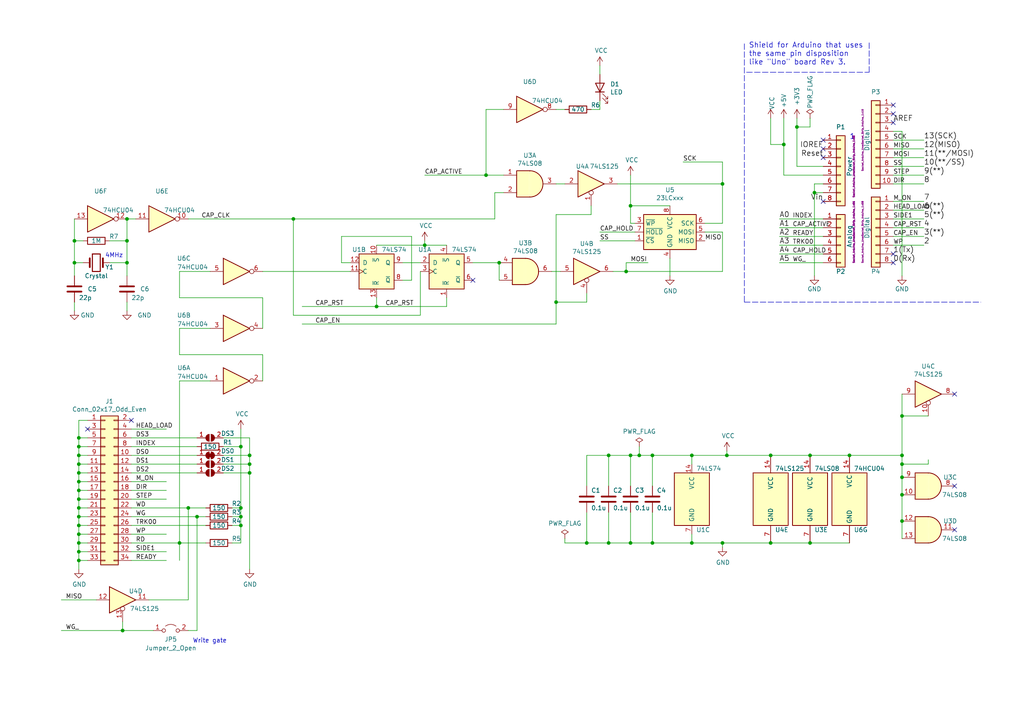
<source format=kicad_sch>
(kicad_sch (version 20211123) (generator eeschema)
  (paper "A4")
  (title_block (date "lun. 30 mars 2015"))
  (lib_symbols
    (symbol "74xx:74HC04"
      (property "Reference" "U" (at 0 1.27 0))
      (property "Value" "74HC04" (at 0 -1.27 0))
      (symbol "74HC04_1_0"
        (pin input line (at -7.62 0 0) (length 3.81) (name "~") (number "1"))
        (pin output inverted (at 7.62 0 180) (length 3.81) (name "~") (number "2"))
      )
      (symbol "74HC04_2_0"
        (pin input line (at -7.62 0 0) (length 3.81) (name "~") (number "3"))
        (pin output inverted (at 7.62 0 180) (length 3.81) (name "~") (number "4"))
      )
      (symbol "74HC04_3_0"
        (pin input line (at -7.62 0 0) (length 3.81) (name "~") (number "5"))
        (pin output inverted (at 7.62 0 180) (length 3.81) (name "~") (number "6"))
      )
      (symbol "74HC04_4_0"
        (pin output inverted (at 7.62 0 180) (length 3.81) (name "~") (number "8"))
        (pin input line (at -7.62 0 0) (length 3.81) (name "~") (number "9"))
      )
      (symbol "74HC04_5_0"
        (pin output inverted (at 7.62 0 180) (length 3.81) (name "~") (number "10"))
        (pin input line (at -7.62 0 0) (length 3.81) (name "~") (number "11"))
      )
      (symbol "74HC04_6_0"
        (pin output inverted (at 7.62 0 180) (length 3.81) (name "~") (number "12"))
        (pin input line (at -7.62 0 0) (length 3.81) (name "~") (number "13"))
      )
      (symbol "74HC04_7_0"
        (pin power_in line (at 0 12.7 270) (length 5.08) (name "VCC") (number "14"))
        (pin power_in line (at 0 -12.7 90) (length 5.08) (name "GND") (number "7"))
      )
    )
    (symbol "74xx:74LS08" (pin_names (offset 1.016))
      (property "Reference" "U" (at 0 1.27 0))
      (property "Value" "74LS08" (at 0 -1.27 0))
      (symbol "74LS08_1_1"
        (pin input line (at -7.62 2.54 0) (length 3.81) (name "~") (number "1"))
        (pin input line (at -7.62 -2.54 0) (length 3.81) (name "~") (number "2"))
        (pin output line (at 7.62 0 180) (length 3.81) (name "~") (number "3"))
      )
      (symbol "74LS08_1_2"
        (pin input inverted (at -7.62 2.54 0) (length 4.318) (name "~") (number "1"))
        (pin input inverted (at -7.62 -2.54 0) (length 4.318) (name "~") (number "2"))
        (pin output inverted (at 7.62 0 180) (length 3.81) (name "~") (number "3"))
      )
      (symbol "74LS08_2_1"
        (pin input line (at -7.62 2.54 0) (length 3.81) (name "~") (number "4"))
        (pin input line (at -7.62 -2.54 0) (length 3.81) (name "~") (number "5"))
        (pin output line (at 7.62 0 180) (length 3.81) (name "~") (number "6"))
      )
      (symbol "74LS08_2_2"
        (pin input inverted (at -7.62 2.54 0) (length 4.318) (name "~") (number "4"))
        (pin input inverted (at -7.62 -2.54 0) (length 4.318) (name "~") (number "5"))
        (pin output inverted (at 7.62 0 180) (length 3.81) (name "~") (number "6"))
      )
      (symbol "74LS08_3_1"
        (pin input line (at -7.62 -2.54 0) (length 3.81) (name "~") (number "10"))
        (pin output line (at 7.62 0 180) (length 3.81) (name "~") (number "8"))
        (pin input line (at -7.62 2.54 0) (length 3.81) (name "~") (number "9"))
      )
      (symbol "74LS08_3_2"
        (pin input inverted (at -7.62 -2.54 0) (length 4.318) (name "~") (number "10"))
        (pin output inverted (at 7.62 0 180) (length 3.81) (name "~") (number "8"))
        (pin input inverted (at -7.62 2.54 0) (length 4.318) (name "~") (number "9"))
      )
      (symbol "74LS08_4_1"
        (pin output line (at 7.62 0 180) (length 3.81) (name "~") (number "11"))
        (pin input line (at -7.62 2.54 0) (length 3.81) (name "~") (number "12"))
        (pin input line (at -7.62 -2.54 0) (length 3.81) (name "~") (number "13"))
      )
      (symbol "74LS08_4_2"
        (pin output inverted (at 7.62 0 180) (length 3.81) (name "~") (number "11"))
        (pin input inverted (at -7.62 2.54 0) (length 4.318) (name "~") (number "12"))
        (pin input inverted (at -7.62 -2.54 0) (length 4.318) (name "~") (number "13"))
      )
      (symbol "74LS08_5_0"
        (pin power_in line (at 0 12.7 270) (length 5.08) (name "VCC") (number "14"))
        (pin power_in line (at 0 -12.7 90) (length 5.08) (name "GND") (number "7"))
      )
    )
    (symbol "74xx:74LS125" (pin_names (offset 1.016))
      (property "Reference" "U" (at 0 1.27 0))
      (property "Value" "74LS125" (at 0 -1.27 0))
      (symbol "74LS125_1_0"
        (pin input inverted (at 0 -6.35 90) (length 4.445) (name "~") (number "1"))
        (pin input line (at -7.62 0 0) (length 3.81) (name "~") (number "2"))
        (pin tri_state line (at 7.62 0 180) (length 3.81) (name "~") (number "3"))
      )
      (symbol "74LS125_2_0"
        (pin input inverted (at 0 -6.35 90) (length 4.445) (name "~") (number "4"))
        (pin input line (at -7.62 0 0) (length 3.81) (name "~") (number "5"))
        (pin tri_state line (at 7.62 0 180) (length 3.81) (name "~") (number "6"))
      )
      (symbol "74LS125_3_0"
        (pin input inverted (at 0 -6.35 90) (length 4.445) (name "~") (number "10"))
        (pin tri_state line (at 7.62 0 180) (length 3.81) (name "~") (number "8"))
        (pin input line (at -7.62 0 0) (length 3.81) (name "~") (number "9"))
      )
      (symbol "74LS125_4_0"
        (pin tri_state line (at 7.62 0 180) (length 3.81) (name "~") (number "11"))
        (pin input line (at -7.62 0 0) (length 3.81) (name "~") (number "12"))
        (pin input inverted (at 0 -6.35 90) (length 4.445) (name "~") (number "13"))
      )
      (symbol "74LS125_5_0"
        (pin power_in line (at 0 12.7 270) (length 5.08) (name "VCC") (number "14"))
        (pin power_in line (at 0 -12.7 90) (length 5.08) (name "GND") (number "7"))
      )
    )
    (symbol "74xx:74LS74" (pin_names (offset 1.016))
      (property "Reference" "U" (at -7.62 8.89 0))
      (property "Value" "74LS74" (at -7.62 -8.89 0))
      (symbol "74LS74_1_0"
        (pin input line (at 0 -7.62 90) (length 2.54) (name "~{R}") (number "1"))
        (pin input line (at -7.62 2.54 0) (length 2.54) (name "D") (number "2"))
        (pin input clock (at -7.62 0 0) (length 2.54) (name "C") (number "3"))
        (pin input line (at 0 7.62 270) (length 2.54) (name "~{S}") (number "4"))
        (pin output line (at 7.62 2.54 180) (length 2.54) (name "Q") (number "5"))
        (pin output line (at 7.62 -2.54 180) (length 2.54) (name "~{Q}") (number "6"))
      )
      (symbol "74LS74_2_0"
        (pin input line (at 0 7.62 270) (length 2.54) (name "~{S}") (number "10"))
        (pin input clock (at -7.62 0 0) (length 2.54) (name "C") (number "11"))
        (pin input line (at -7.62 2.54 0) (length 2.54) (name "D") (number "12"))
        (pin input line (at 0 -7.62 90) (length 2.54) (name "~{R}") (number "13"))
        (pin output line (at 7.62 -2.54 180) (length 2.54) (name "~{Q}") (number "8"))
        (pin output line (at 7.62 2.54 180) (length 2.54) (name "Q") (number "9"))
      )
      (symbol "74LS74_3_0"
        (pin power_in line (at 0 10.16 270) (length 2.54) (name "VCC") (number "14"))
        (pin power_in line (at 0 -10.16 90) (length 2.54) (name "GND") (number "7"))
      )
    )
    (symbol "Connector_Generic:Conn_01x06" (pin_names (offset 1.016) hide)
      (property "Reference" "J" (at 0 7.62 0))
      (property "Value" "Conn_01x06" (at 0 -10.16 0))
      (symbol "Conn_01x06_1_1"
        (pin passive line (at -5.08 5.08 0) (length 3.81) (name "Pin_1") (number "1"))
        (pin passive line (at -5.08 2.54 0) (length 3.81) (name "Pin_2") (number "2"))
        (pin passive line (at -5.08 0 0) (length 3.81) (name "Pin_3") (number "3"))
        (pin passive line (at -5.08 -2.54 0) (length 3.81) (name "Pin_4") (number "4"))
        (pin passive line (at -5.08 -5.08 0) (length 3.81) (name "Pin_5") (number "5"))
        (pin passive line (at -5.08 -7.62 0) (length 3.81) (name "Pin_6") (number "6"))
      )
    )
    (symbol "Connector_Generic:Conn_01x08" (pin_names (offset 1.016) hide)
      (property "Reference" "J" (at 0 10.16 0))
      (property "Value" "Conn_01x08" (at 0 -12.7 0))
      (symbol "Conn_01x08_1_1"
        (pin passive line (at -5.08 7.62 0) (length 3.81) (name "Pin_1") (number "1"))
        (pin passive line (at -5.08 5.08 0) (length 3.81) (name "Pin_2") (number "2"))
        (pin passive line (at -5.08 2.54 0) (length 3.81) (name "Pin_3") (number "3"))
        (pin passive line (at -5.08 0 0) (length 3.81) (name "Pin_4") (number "4"))
        (pin passive line (at -5.08 -2.54 0) (length 3.81) (name "Pin_5") (number "5"))
        (pin passive line (at -5.08 -5.08 0) (length 3.81) (name "Pin_6") (number "6"))
        (pin passive line (at -5.08 -7.62 0) (length 3.81) (name "Pin_7") (number "7"))
        (pin passive line (at -5.08 -10.16 0) (length 3.81) (name "Pin_8") (number "8"))
      )
    )
    (symbol "Connector_Generic:Conn_01x10" (pin_names (offset 1.016) hide)
      (property "Reference" "J" (at 0 12.7 0))
      (property "Value" "Conn_01x10" (at 0 -15.24 0))
      (symbol "Conn_01x10_1_1"
        (pin passive line (at -5.08 10.16 0) (length 3.81) (name "Pin_1") (number "1"))
        (pin passive line (at -5.08 -12.7 0) (length 3.81) (name "Pin_10") (number "10"))
        (pin passive line (at -5.08 7.62 0) (length 3.81) (name "Pin_2") (number "2"))
        (pin passive line (at -5.08 5.08 0) (length 3.81) (name "Pin_3") (number "3"))
        (pin passive line (at -5.08 2.54 0) (length 3.81) (name "Pin_4") (number "4"))
        (pin passive line (at -5.08 0 0) (length 3.81) (name "Pin_5") (number "5"))
        (pin passive line (at -5.08 -2.54 0) (length 3.81) (name "Pin_6") (number "6"))
        (pin passive line (at -5.08 -5.08 0) (length 3.81) (name "Pin_7") (number "7"))
        (pin passive line (at -5.08 -7.62 0) (length 3.81) (name "Pin_8") (number "8"))
        (pin passive line (at -5.08 -10.16 0) (length 3.81) (name "Pin_9") (number "9"))
      )
    )
    (symbol "Connector_Generic:Conn_02x17_Odd_Even" (pin_names (offset 1.016) hide)
      (property "Reference" "J" (at 1.27 22.86 0))
      (property "Value" "Conn_02x17_Odd_Even" (at 1.27 -22.86 0))
      (symbol "Conn_02x17_Odd_Even_1_1"
        (pin passive line (at -5.08 20.32 0) (length 3.81) (name "Pin_1") (number "1"))
        (pin passive line (at 7.62 10.16 180) (length 3.81) (name "Pin_10") (number "10"))
        (pin passive line (at -5.08 7.62 0) (length 3.81) (name "Pin_11") (number "11"))
        (pin passive line (at 7.62 7.62 180) (length 3.81) (name "Pin_12") (number "12"))
        (pin passive line (at -5.08 5.08 0) (length 3.81) (name "Pin_13") (number "13"))
        (pin passive line (at 7.62 5.08 180) (length 3.81) (name "Pin_14") (number "14"))
        (pin passive line (at -5.08 2.54 0) (length 3.81) (name "Pin_15") (number "15"))
        (pin passive line (at 7.62 2.54 180) (length 3.81) (name "Pin_16") (number "16"))
        (pin passive line (at -5.08 0 0) (length 3.81) (name "Pin_17") (number "17"))
        (pin passive line (at 7.62 0 180) (length 3.81) (name "Pin_18") (number "18"))
        (pin passive line (at -5.08 -2.54 0) (length 3.81) (name "Pin_19") (number "19"))
        (pin passive line (at 7.62 20.32 180) (length 3.81) (name "Pin_2") (number "2"))
        (pin passive line (at 7.62 -2.54 180) (length 3.81) (name "Pin_20") (number "20"))
        (pin passive line (at -5.08 -5.08 0) (length 3.81) (name "Pin_21") (number "21"))
        (pin passive line (at 7.62 -5.08 180) (length 3.81) (name "Pin_22") (number "22"))
        (pin passive line (at -5.08 -7.62 0) (length 3.81) (name "Pin_23") (number "23"))
        (pin passive line (at 7.62 -7.62 180) (length 3.81) (name "Pin_24") (number "24"))
        (pin passive line (at -5.08 -10.16 0) (length 3.81) (name "Pin_25") (number "25"))
        (pin passive line (at 7.62 -10.16 180) (length 3.81) (name "Pin_26") (number "26"))
        (pin passive line (at -5.08 -12.7 0) (length 3.81) (name "Pin_27") (number "27"))
        (pin passive line (at 7.62 -12.7 180) (length 3.81) (name "Pin_28") (number "28"))
        (pin passive line (at -5.08 -15.24 0) (length 3.81) (name "Pin_29") (number "29"))
        (pin passive line (at -5.08 17.78 0) (length 3.81) (name "Pin_3") (number "3"))
        (pin passive line (at 7.62 -15.24 180) (length 3.81) (name "Pin_30") (number "30"))
        (pin passive line (at -5.08 -17.78 0) (length 3.81) (name "Pin_31") (number "31"))
        (pin passive line (at 7.62 -17.78 180) (length 3.81) (name "Pin_32") (number "32"))
        (pin passive line (at -5.08 -20.32 0) (length 3.81) (name "Pin_33") (number "33"))
        (pin passive line (at 7.62 -20.32 180) (length 3.81) (name "Pin_34") (number "34"))
        (pin passive line (at 7.62 17.78 180) (length 3.81) (name "Pin_4") (number "4"))
        (pin passive line (at -5.08 15.24 0) (length 3.81) (name "Pin_5") (number "5"))
        (pin passive line (at 7.62 15.24 180) (length 3.81) (name "Pin_6") (number "6"))
        (pin passive line (at -5.08 12.7 0) (length 3.81) (name "Pin_7") (number "7"))
        (pin passive line (at 7.62 12.7 180) (length 3.81) (name "Pin_8") (number "8"))
        (pin passive line (at -5.08 10.16 0) (length 3.81) (name "Pin_9") (number "9"))
      )
    )
    (symbol "Device:C" (pin_numbers hide) (pin_names (offset 0.254))
      (property "Reference" "C" (at 0.635 2.54 0))
      (property "Value" "C" (at 0.635 -2.54 0))
      (symbol "C_1_1"
        (pin passive line (at 0 3.81 270) (length 2.794) (name "~") (number "1"))
        (pin passive line (at 0 -3.81 90) (length 2.794) (name "~") (number "2"))
      )
    )
    (symbol "Device:Crystal" (pin_numbers hide) (pin_names (offset 1.016) hide)
      (property "Reference" "Y" (at 0 3.81 0))
      (property "Value" "Crystal" (at 0 -3.81 0))
      (symbol "Crystal_1_1"
        (pin passive line (at -3.81 0 0) (length 1.27) (name "1") (number "1"))
        (pin passive line (at 3.81 0 180) (length 1.27) (name "2") (number "2"))
      )
    )
    (symbol "Device:LED" (pin_numbers hide) (pin_names (offset 1.016) hide)
      (property "Reference" "D" (at 0 2.54 0))
      (property "Value" "LED" (at 0 -2.54 0))
      (symbol "LED_1_1"
        (pin passive line (at -3.81 0 0) (length 2.54) (name "K") (number "1"))
        (pin passive line (at 3.81 0 180) (length 2.54) (name "A") (number "2"))
      )
    )
    (symbol "Device:R" (pin_numbers hide) (pin_names (offset 0))
      (property "Reference" "R" (at 2.032 0 90))
      (property "Value" "R" (at 0 0 90))
      (symbol "R_1_1"
        (pin passive line (at 0 3.81 270) (length 1.27) (name "~") (number "1"))
        (pin passive line (at 0 -3.81 90) (length 1.27) (name "~") (number "2"))
      )
    )
    (symbol "Jumper:Jumper_2_Open" (pin_names (offset 0) hide)
      (property "Reference" "JP" (at 0 2.794 0))
      (property "Value" "Jumper_2_Open" (at 0 -2.286 0))
      (symbol "Jumper_2_Open_1_1"
        (pin passive line (at -5.08 0 0) (length 2.54) (name "A") (number "1"))
        (pin passive line (at 5.08 0 180) (length 2.54) (name "B") (number "2"))
      )
    )
    (symbol "Jumper:SolderJumper_2_Bridged" (pin_names (offset 0) hide)
      (property "Reference" "JP" (at 0 2.032 0))
      (property "Value" "SolderJumper_2_Bridged" (at 0 -2.54 0))
      (symbol "SolderJumper_2_Bridged_1_1"
        (pin passive line (at -3.81 0 0) (length 2.54) (name "A") (number "1"))
        (pin passive line (at 3.81 0 180) (length 2.54) (name "B") (number "2"))
      )
    )
    (symbol "Jumper:SolderJumper_2_Open" (pin_names (offset 0) hide)
      (property "Reference" "JP" (at 0 2.032 0))
      (property "Value" "SolderJumper_2_Open" (at 0 -2.54 0))
      (symbol "SolderJumper_2_Open_1_1"
        (pin passive line (at -3.81 0 0) (length 2.54) (name "A") (number "1"))
        (pin passive line (at 3.81 0 180) (length 2.54) (name "B") (number "2"))
      )
    )
    (symbol "fdshield-rescue:+3.3V-power" (power) (pin_names (offset 0))
      (property "Value" "+3.3V-power" (at 0 3.556 0))
      (symbol "+3.3V-power_1_1"
        (pin power_in line (at 0 0 90) (length 0) hide (name "+3V3") (number "1"))
      )
    )
    (symbol "fdshield:23LCxxx"
      (property "Reference" "U" (at -7.62 6.35 0))
      (property "Value" "23LCxxx" (at 2.54 -6.35 0))
      (symbol "23LCxxx_1_1"
        (pin input line (at -10.16 -2.54 0) (length 2.54) (name "~{CS}") (number "1"))
        (pin tri_state line (at 10.16 -2.54 180) (length 2.54) (name "MISO") (number "2"))
        (pin input line (at -10.16 2.54 0) (length 2.54) (name "~{WP}") (number "3"))
        (pin power_in line (at 0 -7.62 90) (length 2.54) (name "GND") (number "4"))
        (pin input line (at 10.16 0 180) (length 2.54) (name "MOSI") (number "5"))
        (pin input line (at 10.16 2.54 180) (length 2.54) (name "SCK") (number "6"))
        (pin input line (at -10.16 0 0) (length 2.54) (name "~{HOLD}") (number "7"))
        (pin power_in line (at 0 7.62 270) (length 2.54) (name "VCC") (number "8"))
      )
    )
    (symbol "power:+5V" (power) (pin_names (offset 0))
      (property "Value" "+5V" (at 0 3.556 0))
      (symbol "+5V_1_1"
        (pin power_in line (at 0 0 90) (length 0) hide (name "+5V") (number "1"))
      )
    )
    (symbol "power:GND" (power) (pin_names (offset 0))
      (property "Value" "GND" (at 0 -3.81 0))
      (symbol "GND_1_1"
        (pin power_in line (at 0 0 270) (length 0) hide (name "GND") (number "1"))
      )
    )
    (symbol "power:PWR_FLAG" (power) (pin_numbers hide) (pin_names (offset 0) hide)
      (property "Value" "PWR_FLAG" (at 0 3.81 0))
      (symbol "PWR_FLAG_0_0"
        (pin power_out line (at 0 0 90) (length 0) (name "pwr") (number "1"))
      )
    )
    (symbol "power:VCC" (power) (pin_names (offset 0))
      (property "Value" "VCC" (at 0 3.81 0))
      (symbol "VCC_1_1"
        (pin power_in line (at 0 0 90) (length 0) hide (name "VCC") (number "1"))
      )
    )
  )
  (junction (at 109.22 88.9))
  (junction (at 72.39 134.62))
  (junction (at 261.62 138.43))
  (junction (at 181.61 78.74))
  (junction (at 52.07 157.48))
  (junction (at 69.85 129.54))
  (junction (at 170.18 157.48))
  (junction (at 200.66 132.08))
  (junction (at 182.88 59.69))
  (junction (at 57.15 149.86))
  (junction (at 261.62 151.13))
  (junction (at 236.22 55.88))
  (junction (at 22.86 157.48))
  (junction (at 22.86 160.02))
  (junction (at 227.33 41.91))
  (junction (at 210.82 132.08))
  (junction (at 123.19 71.12))
  (junction (at 185.42 132.08))
  (junction (at 140.97 50.8))
  (junction (at 176.53 132.08))
  (junction (at 234.95 132.08))
  (junction (at 85.09 63.5))
  (junction (at 22.86 162.56))
  (junction (at 261.62 143.51))
  (junction (at 36.83 63.5))
  (junction (at 69.85 147.32))
  (junction (at 22.86 144.78))
  (junction (at 209.55 53.34))
  (junction (at 69.85 149.86))
  (junction (at 223.52 132.08))
  (junction (at 200.66 157.48))
  (junction (at 234.95 157.48))
  (junction (at 22.86 154.94))
  (junction (at 189.23 157.48))
  (junction (at 176.53 157.48))
  (junction (at 261.62 120.65))
  (junction (at 22.86 132.08))
  (junction (at 21.59 69.85))
  (junction (at 36.83 76.2))
  (junction (at 22.86 134.62))
  (junction (at 22.86 149.86))
  (junction (at 261.62 134.62))
  (junction (at 35.56 182.88))
  (junction (at 189.23 132.08))
  (junction (at 22.86 152.4))
  (junction (at 69.85 152.4))
  (junction (at 22.86 147.32))
  (junction (at 54.61 147.32))
  (junction (at 22.86 127))
  (junction (at 72.39 132.08))
  (junction (at 22.86 137.16))
  (junction (at 261.62 132.08))
  (junction (at 209.55 157.48))
  (junction (at 161.29 87.63))
  (junction (at 144.78 76.2))
  (junction (at 36.83 69.85))
  (junction (at 182.88 132.08))
  (junction (at 246.38 132.08))
  (junction (at 22.86 129.54))
  (junction (at 72.39 137.16))
  (junction (at 21.59 76.2))
  (junction (at 182.88 157.48))
  (junction (at 231.14 36.83))
  (junction (at 22.86 142.24))
  (junction (at 223.52 157.48))
  (junction (at 22.86 139.7))
  (no_connect (at 276.86 114.3))
  (no_connect (at 259.08 76.2))
  (no_connect (at 137.16 81.28))
  (no_connect (at 259.08 73.66))
  (no_connect (at 25.4 124.46))
  (no_connect (at 276.86 153.67))
  (no_connect (at 238.76 58.42))
  (no_connect (at 259.08 30.48))
  (no_connect (at 238.76 43.18))
  (no_connect (at 259.08 35.56))
  (no_connect (at 38.1 121.92))
  (no_connect (at 238.76 45.72))
  (no_connect (at 259.08 33.02))
  (no_connect (at 238.76 40.64))
  (no_connect (at 276.86 140.97))
  (wire (pts (xy 209.55 64.77) (xy 209.55 53.34)))
  (wire (pts (xy 67.31 157.48) (xy 69.85 157.48)))
  (wire (pts (xy 25.4 137.16) (xy 22.86 137.16)))
  (wire (pts (xy 87.63 93.98) (xy 161.29 93.98)))
  (wire (pts (xy 238.76 63.5) (xy 226.06 63.5)))
  (wire (pts (xy 173.99 31.75) (xy 171.45 31.75)))
  (wire (pts (xy 259.08 68.58) (xy 267.97 68.58)))
  (wire (pts (xy 52.07 110.49) (xy 60.96 110.49)))
  (wire (pts (xy 261.62 114.3) (xy 261.62 120.65)))
  (wire (pts (xy 76.2 102.87) (xy 76.2 110.49)))
  (wire (pts (xy 200.66 157.48) (xy 189.23 157.48)))
  (wire (pts (xy 38.1 139.7) (xy 48.26 139.7)))
  (polyline (pts (xy 215.9 87.63) (xy 284.48 87.63)))
  (wire (pts (xy 181.61 76.2) (xy 187.96 76.2)))
  (wire (pts (xy 21.59 80.01) (xy 21.59 76.2)))
  (wire (pts (xy 223.52 41.91) (xy 227.33 41.91)))
  (wire (pts (xy 143.51 55.88) (xy 146.05 55.88)))
  (wire (pts (xy 22.86 154.94) (xy 25.4 154.94)))
  (wire (pts (xy 209.55 53.34) (xy 179.07 53.34)))
  (wire (pts (xy 238.76 68.58) (xy 226.06 68.58)))
  (wire (pts (xy 69.85 149.86) (xy 69.85 147.32)))
  (wire (pts (xy 99.06 76.2) (xy 101.6 76.2)))
  (wire (pts (xy 209.55 157.48) (xy 200.66 157.48)))
  (wire (pts (xy 182.88 50.8) (xy 182.88 59.69)))
  (polyline (pts (xy 215.9 12.7) (xy 215.9 87.63)))
  (wire (pts (xy 109.22 88.9) (xy 129.54 88.9)))
  (wire (pts (xy 161.29 62.23) (xy 161.29 87.63)))
  (wire (pts (xy 200.66 132.08) (xy 210.82 132.08)))
  (wire (pts (xy 189.23 148.59) (xy 189.23 157.48)))
  (wire (pts (xy 22.86 154.94) (xy 22.86 157.48)))
  (wire (pts (xy 171.45 62.23) (xy 161.29 62.23)))
  (wire (pts (xy 22.86 139.7) (xy 22.86 142.24)))
  (wire (pts (xy 36.83 63.5) (xy 36.83 69.85)))
  (wire (pts (xy 170.18 85.09) (xy 170.18 87.63)))
  (wire (pts (xy 259.08 63.5) (xy 267.97 63.5)))
  (wire (pts (xy 24.13 76.2) (xy 21.59 76.2)))
  (wire (pts (xy 259.08 50.8) (xy 267.97 50.8)))
  (wire (pts (xy 170.18 87.63) (xy 161.29 87.63)))
  (wire (pts (xy 25.4 147.32) (xy 22.86 147.32)))
  (wire (pts (xy 54.61 182.88) (xy 57.15 182.88)))
  (wire (pts (xy 238.76 71.12) (xy 226.06 71.12)))
  (wire (pts (xy 236.22 55.88) (xy 236.22 80.01)))
  (wire (pts (xy 22.86 149.86) (xy 25.4 149.86)))
  (wire (pts (xy 259.08 58.42) (xy 267.97 58.42)))
  (wire (pts (xy 182.88 132.08) (xy 185.42 132.08)))
  (wire (pts (xy 54.61 63.5) (xy 85.09 63.5)))
  (wire (pts (xy 119.38 68.58) (xy 99.06 68.58)))
  (wire (pts (xy 209.55 78.74) (xy 181.61 78.74)))
  (wire (pts (xy 85.09 63.5) (xy 85.09 91.44)))
  (wire (pts (xy 234.95 36.83) (xy 231.14 36.83)))
  (wire (pts (xy 21.59 76.2) (xy 21.59 69.85)))
  (wire (pts (xy 209.55 53.34) (xy 209.55 46.99)))
  (wire (pts (xy 173.99 69.85) (xy 184.15 69.85)))
  (wire (pts (xy 22.86 134.62) (xy 22.86 137.16)))
  (wire (pts (xy 22.86 149.86) (xy 22.86 152.4)))
  (wire (pts (xy 36.83 69.85) (xy 31.75 69.85)))
  (wire (pts (xy 143.51 63.5) (xy 143.51 55.88)))
  (wire (pts (xy 38.1 149.86) (xy 57.15 149.86)))
  (wire (pts (xy 72.39 137.16) (xy 72.39 165.1)))
  (wire (pts (xy 52.07 157.48) (xy 38.1 157.48)))
  (wire (pts (xy 173.99 67.31) (xy 184.15 67.31)))
  (wire (pts (xy 200.66 132.08) (xy 200.66 134.62)))
  (wire (pts (xy 189.23 157.48) (xy 182.88 157.48)))
  (wire (pts (xy 64.77 129.54) (xy 69.85 129.54)))
  (wire (pts (xy 261.62 156.21) (xy 261.62 151.13)))
  (wire (pts (xy 210.82 130.81) (xy 210.82 132.08)))
  (wire (pts (xy 64.77 127) (xy 72.39 127)))
  (wire (pts (xy 176.53 148.59) (xy 176.53 157.48)))
  (wire (pts (xy 22.86 152.4) (xy 22.86 154.94)))
  (wire (pts (xy 21.59 69.85) (xy 21.59 63.5)))
  (wire (pts (xy 234.95 157.48) (xy 246.38 157.48)))
  (wire (pts (xy 87.63 88.9) (xy 109.22 88.9)))
  (wire (pts (xy 185.42 132.08) (xy 189.23 132.08)))
  (wire (pts (xy 259.08 71.12) (xy 267.97 71.12)))
  (wire (pts (xy 109.22 71.12) (xy 123.19 71.12)))
  (wire (pts (xy 238.76 73.66) (xy 226.06 73.66)))
  (wire (pts (xy 38.1 129.54) (xy 57.15 129.54)))
  (wire (pts (xy 238.76 76.2) (xy 226.06 76.2)))
  (wire (pts (xy 231.14 48.26) (xy 231.14 36.83)))
  (wire (pts (xy 52.07 110.49) (xy 52.07 157.48)))
  (wire (pts (xy 123.19 71.12) (xy 129.54 71.12)))
  (wire (pts (xy 261.62 120.65) (xy 261.62 132.08)))
  (wire (pts (xy 259.08 40.64) (xy 267.97 40.64)))
  (wire (pts (xy 259.08 53.34) (xy 267.97 53.34)))
  (wire (pts (xy 25.4 132.08) (xy 22.86 132.08)))
  (wire (pts (xy 123.19 50.8) (xy 140.97 50.8)))
  (wire (pts (xy 182.88 157.48) (xy 176.53 157.48)))
  (wire (pts (xy 160.02 78.74) (xy 162.56 78.74)))
  (wire (pts (xy 52.07 157.48) (xy 59.69 157.48)))
  (wire (pts (xy 140.97 50.8) (xy 146.05 50.8)))
  (wire (pts (xy 69.85 152.4) (xy 69.85 149.86)))
  (wire (pts (xy 234.95 34.29) (xy 234.95 36.83)))
  (wire (pts (xy 259.08 48.26) (xy 267.97 48.26)))
  (wire (pts (xy 182.88 148.59) (xy 182.88 157.48)))
  (wire (pts (xy 194.31 74.93) (xy 194.31 80.01)))
  (wire (pts (xy 261.62 38.1) (xy 261.62 80.01)))
  (wire (pts (xy 67.31 152.4) (xy 69.85 152.4)))
  (wire (pts (xy 67.31 147.32) (xy 69.85 147.32)))
  (wire (pts (xy 52.07 95.25) (xy 52.07 102.87)))
  (wire (pts (xy 25.4 127) (xy 22.86 127)))
  (wire (pts (xy 25.4 142.24) (xy 22.86 142.24)))
  (wire (pts (xy 36.83 76.2) (xy 36.83 80.01)))
  (wire (pts (xy 227.33 50.8) (xy 227.33 41.91)))
  (wire (pts (xy 209.55 67.31) (xy 209.55 78.74)))
  (wire (pts (xy 57.15 149.86) (xy 59.69 149.86)))
  (wire (pts (xy 171.45 59.69) (xy 171.45 62.23)))
  (wire (pts (xy 261.62 132.08) (xy 261.62 134.62)))
  (wire (pts (xy 38.1 127) (xy 57.15 127)))
  (wire (pts (xy 194.31 59.69) (xy 182.88 59.69)))
  (wire (pts (xy 176.53 140.97) (xy 176.53 132.08)))
  (wire (pts (xy 161.29 87.63) (xy 161.29 93.98)))
  (wire (pts (xy 22.86 160.02) (xy 25.4 160.02)))
  (wire (pts (xy 72.39 132.08) (xy 72.39 134.62)))
  (wire (pts (xy 238.76 55.88) (xy 236.22 55.88)))
  (wire (pts (xy 261.62 138.43) (xy 261.62 134.62)))
  (wire (pts (xy 85.09 91.44) (xy 121.92 91.44)))
  (wire (pts (xy 85.09 63.5) (xy 143.51 63.5)))
  (wire (pts (xy 269.24 133.35) (xy 269.24 134.62)))
  (wire (pts (xy 223.52 132.08) (xy 234.95 132.08)))
  (wire (pts (xy 17.78 182.88) (xy 35.56 182.88)))
  (wire (pts (xy 17.78 173.99) (xy 27.94 173.99)))
  (wire (pts (xy 54.61 147.32) (xy 59.69 147.32)))
  (wire (pts (xy 25.4 157.48) (xy 22.86 157.48)))
  (wire (pts (xy 170.18 132.08) (xy 170.18 140.97)))
  (wire (pts (xy 52.07 157.48) (xy 52.07 162.56)))
  (wire (pts (xy 223.52 34.29) (xy 223.52 41.91)))
  (wire (pts (xy 269.24 120.65) (xy 261.62 120.65)))
  (wire (pts (xy 35.56 182.88) (xy 44.45 182.88)))
  (wire (pts (xy 259.08 45.72) (xy 267.97 45.72)))
  (wire (pts (xy 238.76 48.26) (xy 231.14 48.26)))
  (wire (pts (xy 269.24 134.62) (xy 261.62 134.62)))
  (wire (pts (xy 22.86 157.48) (xy 22.86 160.02)))
  (wire (pts (xy 22.86 137.16) (xy 22.86 139.7)))
  (wire (pts (xy 259.08 66.04) (xy 267.97 66.04)))
  (wire (pts (xy 22.86 132.08) (xy 22.86 134.62)))
  (wire (pts (xy 38.1 160.02) (xy 48.26 160.02)))
  (wire (pts (xy 22.86 144.78) (xy 25.4 144.78)))
  (wire (pts (xy 144.78 81.28) (xy 144.78 76.2)))
  (wire (pts (xy 182.88 132.08) (xy 182.88 140.97)))
  (wire (pts (xy 181.61 78.74) (xy 177.8 78.74)))
  (wire (pts (xy 69.85 129.54) (xy 69.85 147.32)))
  (wire (pts (xy 176.53 157.48) (xy 170.18 157.48)))
  (wire (pts (xy 57.15 182.88) (xy 57.15 149.86)))
  (wire (pts (xy 173.99 29.21) (xy 173.99 31.75)))
  (wire (pts (xy 140.97 31.75) (xy 146.05 31.75)))
  (wire (pts (xy 238.76 50.8) (xy 227.33 50.8)))
  (wire (pts (xy 181.61 78.74) (xy 181.61 76.2)))
  (wire (pts (xy 54.61 173.99) (xy 54.61 147.32)))
  (polyline (pts (xy 216.535 20.955) (xy 252.095 20.955)))
  (wire (pts (xy 184.15 64.77) (xy 182.88 64.77)))
  (wire (pts (xy 22.86 147.32) (xy 22.86 149.86)))
  (wire (pts (xy 54.61 147.32) (xy 38.1 147.32)))
  (wire (pts (xy 43.18 173.99) (xy 54.61 173.99)))
  (wire (pts (xy 236.22 53.34) (xy 236.22 55.88)))
  (wire (pts (xy 38.1 134.62) (xy 57.15 134.62)))
  (wire (pts (xy 69.85 124.46) (xy 69.85 129.54)))
  (wire (pts (xy 170.18 132.08) (xy 176.53 132.08)))
  (wire (pts (xy 72.39 134.62) (xy 72.39 137.16)))
  (wire (pts (xy 170.18 157.48) (xy 170.18 148.59)))
  (wire (pts (xy 69.85 157.48) (xy 69.85 152.4)))
  (wire (pts (xy 38.1 137.16) (xy 57.15 137.16)))
  (wire (pts (xy 25.4 152.4) (xy 22.86 152.4)))
  (wire (pts (xy 36.83 90.17) (xy 36.83 87.63)))
  (wire (pts (xy 163.83 157.48) (xy 170.18 157.48)))
  (wire (pts (xy 64.77 137.16) (xy 72.39 137.16)))
  (wire (pts (xy 200.66 157.48) (xy 200.66 154.94)))
  (wire (pts (xy 234.95 157.48) (xy 223.52 157.48)))
  (wire (pts (xy 189.23 132.08) (xy 200.66 132.08)))
  (wire (pts (xy 22.86 121.92) (xy 22.86 127)))
  (wire (pts (xy 38.1 154.94) (xy 48.26 154.94)))
  (wire (pts (xy 185.42 129.54) (xy 185.42 132.08)))
  (wire (pts (xy 22.86 129.54) (xy 22.86 132.08)))
  (wire (pts (xy 161.29 53.34) (xy 163.83 53.34)))
  (wire (pts (xy 22.86 139.7) (xy 25.4 139.7)))
  (wire (pts (xy 22.86 127) (xy 22.86 129.54)))
  (wire (pts (xy 22.86 134.62) (xy 25.4 134.62)))
  (wire (pts (xy 204.47 67.31) (xy 209.55 67.31)))
  (wire (pts (xy 209.55 157.48) (xy 223.52 157.48)))
  (wire (pts (xy 119.38 81.28) (xy 119.38 68.58)))
  (wire (pts (xy 38.1 124.46) (xy 48.26 124.46)))
  (wire (pts (xy 261.62 138.43) (xy 261.62 143.51)))
  (wire (pts (xy 99.06 68.58) (xy 99.06 76.2)))
  (wire (pts (xy 123.19 69.85) (xy 123.19 71.12)))
  (wire (pts (xy 140.97 50.8) (xy 140.97 31.75)))
  (wire (pts (xy 259.08 38.1) (xy 261.62 38.1)))
  (wire (pts (xy 163.83 31.75) (xy 161.29 31.75)))
  (wire (pts (xy 121.92 78.74) (xy 121.92 91.44)))
  (wire (pts (xy 22.86 144.78) (xy 22.86 147.32)))
  (wire (pts (xy 209.55 46.99) (xy 198.12 46.99)))
  (wire (pts (xy 163.83 156.21) (xy 163.83 157.48)))
  (wire (pts (xy 52.07 78.74) (xy 60.96 78.74)))
  (wire (pts (xy 36.83 69.85) (xy 36.83 76.2)))
  (wire (pts (xy 38.1 144.78) (xy 48.26 144.78)))
  (wire (pts (xy 21.59 69.85) (xy 24.13 69.85)))
  (wire (pts (xy 137.16 76.2) (xy 144.78 76.2)))
  (wire (pts (xy 261.62 143.51) (xy 261.62 151.13)))
  (wire (pts (xy 259.08 43.18) (xy 267.97 43.18)))
  (wire (pts (xy 227.33 41.91) (xy 227.33 34.29)))
  (wire (pts (xy 204.47 64.77) (xy 209.55 64.77)))
  (wire (pts (xy 22.86 162.56) (xy 22.86 165.1)))
  (wire (pts (xy 189.23 140.97) (xy 189.23 132.08)))
  (wire (pts (xy 64.77 132.08) (xy 72.39 132.08)))
  (wire (pts (xy 52.07 95.25) (xy 60.96 95.25)))
  (wire (pts (xy 38.1 152.4) (xy 59.69 152.4)))
  (wire (pts (xy 76.2 86.36) (xy 76.2 95.25)))
  (wire (pts (xy 25.4 121.92) (xy 22.86 121.92)))
  (wire (pts (xy 76.2 78.74) (xy 101.6 78.74)))
  (wire (pts (xy 246.38 132.08) (xy 261.62 132.08)))
  (wire (pts (xy 238.76 66.04) (xy 226.06 66.04)))
  (wire (pts (xy 116.84 76.2) (xy 121.92 76.2)))
  (wire (pts (xy 72.39 127) (xy 72.39 132.08)))
  (wire (pts (xy 35.56 180.34) (xy 35.56 182.88)))
  (wire (pts (xy 234.95 132.08) (xy 246.38 132.08)))
  (wire (pts (xy 129.54 86.36) (xy 129.54 88.9)))
  (wire (pts (xy 38.1 142.24) (xy 48.26 142.24)))
  (wire (pts (xy 238.76 53.34) (xy 236.22 53.34)))
  (wire (pts (xy 259.08 60.96) (xy 267.97 60.96)))
  (wire (pts (xy 31.75 76.2) (xy 36.83 76.2)))
  (wire (pts (xy 109.22 86.36) (xy 109.22 88.9)))
  (wire (pts (xy 38.1 162.56) (xy 48.26 162.56)))
  (wire (pts (xy 22.86 160.02) (xy 22.86 162.56)))
  (polyline (pts (xy 252.095 20.955) (xy 252.095 12.065)))
  (wire (pts (xy 22.86 142.24) (xy 22.86 144.78)))
  (wire (pts (xy 36.83 63.5) (xy 39.37 63.5)))
  (wire (pts (xy 67.31 149.86) (xy 69.85 149.86)))
  (wire (pts (xy 25.4 162.56) (xy 22.86 162.56)))
  (wire (pts (xy 116.84 81.28) (xy 119.38 81.28)))
  (wire (pts (xy 173.99 19.05) (xy 173.99 21.59)))
  (wire (pts (xy 176.53 132.08) (xy 182.88 132.08)))
  (wire (pts (xy 52.07 86.36) (xy 76.2 86.36)))
  (wire (pts (xy 22.86 129.54) (xy 25.4 129.54)))
  (wire (pts (xy 209.55 158.75) (xy 209.55 157.48)))
  (wire (pts (xy 52.07 102.87) (xy 76.2 102.87)))
  (wire (pts (xy 38.1 132.08) (xy 57.15 132.08)))
  (wire (pts (xy 21.59 87.63) (xy 21.59 90.17)))
  (wire (pts (xy 182.88 59.69) (xy 182.88 64.77)))
  (wire (pts (xy 210.82 132.08) (xy 223.52 132.08)))
  (wire (pts (xy 231.14 36.83) (xy 231.14 34.29)))
  (wire (pts (xy 64.77 134.62) (xy 72.39 134.62)))
  (wire (pts (xy 52.07 78.74) (xy 52.07 86.36)))
  (text "1" (at 246.38 40.64 0) (effects (font (size 1.524 1.524)) (justify left bottom)))
  (text "Shield for Arduino that uses\nthe same pin disposition\nlike \"Uno\" board Rev 3." (at 217.17 19.05 0) (effects (font (size 1.524 1.524)) (justify left bottom)))
  (text "Write gate" (at 55.88 186.69 0) (effects (font (size 1.27 1.27)) (justify left bottom)))
  (text "4MHz" (at 30.48 74.93 0) (effects (font (size 1.27 1.27)) (justify left bottom)))
  (label "A1" (at 226.06 66.04 0) (effects (font (size 1.524 1.524))))
  (label "12(MISO)" (at 267.97 43.18 0) (effects (font (size 1.524 1.524))))
  (label "READY" (at 39.37 162.56 0))
  (label "3(**)" (at 267.97 68.58 0) (effects (font (size 1.524 1.524))))
  (label "DS0" (at 39.37 132.08 0))
  (label "A5" (at 226.06 76.2 0) (effects (font (size 1.524 1.524))))
  (label "CAP_EN" (at 259.08 68.58 0))
  (label "SIDE1" (at 39.37 160.02 0))
  (label "WG_" (at 19.05 182.88 0))
  (label "READY" (at 229.87 68.58 0))
  (label "6(**)" (at 267.97 60.96 0) (effects (font (size 1.524 1.524))))
  (label "HEAD_LOAD" (at 259.08 60.96 0))
  (label "AREF" (at 259.08 35.56 0) (effects (font (size 1.524 1.524))))
  (label "CAP_HOLD" (at 173.99 67.31 0))
  (label "DIR" (at 39.37 142.24 0))
  (label "SIDE1" (at 259.08 63.5 0))
  (label "CAP_RST" (at 259.08 66.04 0))
  (label "INDEX" (at 229.87 63.5 0))
  (label "CAP_ACTIVE" (at 229.87 66.04 0))
  (label "4" (at 267.97 66.04 0) (effects (font (size 1.524 1.524))))
  (label "MOSI" (at 182.88 76.2 0))
  (label "1(Tx)" (at 259.08 73.66 0) (effects (font (size 1.524 1.524))))
  (label "DS1" (at 39.37 134.62 0))
  (label "DIR" (at 259.08 53.34 0))
  (label "A2" (at 226.06 68.58 0) (effects (font (size 1.524 1.524))))
  (label "M_ON" (at 39.37 139.7 0))
  (label "A4" (at 226.06 73.66 0) (effects (font (size 1.524 1.524))))
  (label "CAP_CLK" (at 58.42 63.5 0))
  (label "TRK00" (at 39.37 152.4 0))
  (label "MISO" (at 204.47 69.85 0))
  (label "WG_" (at 229.87 76.2 0))
  (label "CAP_ACTIVE" (at 123.19 50.8 0))
  (label "2" (at 267.97 71.12 0) (effects (font (size 1.524 1.524))))
  (label "INDEX" (at 39.37 129.54 0))
  (label "STEP" (at 39.37 144.78 0))
  (label "SCK" (at 198.12 46.99 0))
  (label "WP" (at 259.08 71.12 0))
  (label "STEP" (at 259.08 50.8 0))
  (label "11(**/MOSI)" (at 267.97 45.72 0) (effects (font (size 1.524 1.524))))
  (label "Reset" (at 238.76 45.72 180) (effects (font (size 1.524 1.524))))
  (label "10(**/SS)" (at 267.97 48.26 0) (effects (font (size 1.524 1.524))))
  (label "RD" (at 39.37 157.48 0))
  (label "SCK" (at 259.08 40.64 0))
  (label "7" (at 267.97 58.42 0) (effects (font (size 1.524 1.524))))
  (label "DS3" (at 39.37 127 0))
  (label "Vin" (at 238.76 58.42 180) (effects (font (size 1.524 1.524))))
  (label "CAP_RST" (at 91.44 88.9 0))
  (label "IOREF" (at 238.76 43.18 180) (effects (font (size 1.524 1.524))))
  (label "WP" (at 39.37 154.94 0))
  (label "MISO" (at 19.05 173.99 0))
  (label "WD" (at 39.37 147.32 0))
  (label "A3" (at 226.06 71.12 0) (effects (font (size 1.524 1.524))))
  (label "MISO" (at 259.08 43.18 0))
  (label "A0" (at 226.06 63.5 0) (effects (font (size 1.524 1.524))))
  (label "CAP_EN" (at 91.44 93.98 0))
  (label "CAP_HOLD" (at 229.87 73.66 0))
  (label "SS" (at 173.99 69.85 0))
  (label "13(SCK)" (at 267.97 40.64 0) (effects (font (size 1.524 1.524))))
  (label "M_ON" (at 259.08 58.42 0))
  (label "HEAD_LOAD" (at 39.37 124.46 0))
  (label "CAP_RST" (at 111.76 88.9 0))
  (label "5(**)" (at 267.97 63.5 0) (effects (font (size 1.524 1.524))))
  (label "TRK00" (at 229.87 71.12 0))
  (label "0(Rx)" (at 259.08 76.2 0) (effects (font (size 1.524 1.524))))
  (label "9(**)" (at 267.97 50.8 0) (effects (font (size 1.524 1.524))))
  (label "DS2" (at 39.37 137.16 0))
  (label "WG" (at 39.37 149.86 0))
  (label "MOSI" (at 259.08 45.72 0))
  (label "SS" (at 259.08 48.26 0))
  (label "8" (at 267.97 53.34 0) (effects (font (size 1.524 1.524))))
  (symbol (lib_id "Connector_Generic:Conn_01x08") (at 243.84 48.26 0) (unit 1)
    (property "Reference" "P1" (at 243.84 36.83 0))
    (property "Value" "Power" (at 246.38 48.26 90))
    (property "Footprint" "Socket_Arduino_Uno:Socket_Strip_Arduino_1x08" (at 247.65 48.26 90) (effects (font (size 0.508 0.508))))
  )
  (symbol (lib_id "fdshield-rescue:+3.3V-power") (at 231.14 34.29 0) (unit 1)
    (property "Reference" "#PWR01" (effects hide))
    (property "Value" "+3.3V" (at 231.14 27.94 90))
  )
  (symbol (lib_id "power:+5V") (at 227.33 34.29 0) (unit 1)
    (property "Reference" "#PWR02" (effects hide))
    (property "Value" "+5V" (at 227.33 29.21 90))
  )
  (symbol (lib_id "power:GND") (at 236.22 80.01 0) (unit 1)
    (property "Reference" "#PWR03" (effects hide))
    (property "Value" "GND" (at 236.22 83.82 0))
  )
  (symbol (lib_id "power:GND") (at 261.62 80.01 0) (unit 1)
    (property "Reference" "#PWR04" (effects hide))
    (property "Value" "GND" (at 261.62 83.82 0))
  )
  (symbol (lib_id "Connector_Generic:Conn_01x06") (at 243.84 68.58 0) (unit 1)
    (property "Reference" "P2" (at 243.84 78.74 0))
    (property "Value" "Analog" (at 246.38 68.58 90))
    (property "Footprint" "Socket_Arduino_Uno:Socket_Strip_Arduino_1x06" (at 247.65 67.31 90) (effects (font (size 0.508 0.508))))
  )
  (symbol (lib_id "Connector_Generic:Conn_01x08") (at 254 66.04 0) (mirror y) (unit 1)
    (property "Reference" "P4" (at 254 78.74 0))
    (property "Value" "Digital" (at 251.46 66.04 90))
    (property "Footprint" "Socket_Arduino_Uno:Socket_Strip_Arduino_1x08" (at 250.19 67.31 90) (effects (font (size 0.508 0.508))))
  )
  (symbol (lib_id "Connector_Generic:Conn_01x10") (at 254 40.64 0) (mirror y) (unit 1)
    (property "Reference" "P3" (at 254 26.67 0))
    (property "Value" "Digital" (at 251.46 40.64 90))
    (property "Footprint" "Socket_Arduino_Uno:Socket_Strip_Arduino_1x10" (at 250.19 40.64 90) (effects (font (size 0.508 0.508))))
  )
  (symbol (lib_id "fdshield:23LCxxx") (at 194.31 67.31 0) (unit 1)
    (property "Reference" "U5" (at 194.31 55.0926 0))
    (property "Value" "23LCxxx" (at 194.31 57.404 0))
    (property "Footprint" "Package_SO:SO-8_3.9x4.9mm_P1.27mm" (effects hide))
    (property "Datasheet" "http://ww1.microchip.com/downloads/en/DeviceDoc/20005155B.pdf" (effects hide))
  )
  (symbol (lib_id "74xx:74LS08") (at 153.67 53.34 0) (unit 1)
    (property "Reference" "U3" (at 153.67 45.085 0))
    (property "Value" "74LS08" (at 153.67 47.3964 0))
    (property "Footprint" "Package_SO:SOIC-14_3.9x8.7mm_P1.27mm" (effects hide))
    (property "Datasheet" "http://www.ti.com/lit/gpn/sn74LS08" (effects hide))
  )
  (symbol (lib_id "74xx:74LS08") (at 152.4 78.74 0) (unit 2)
    (property "Reference" "U3" (at 152.4 70.485 0))
    (property "Value" "74LS08" (at 152.4 72.7964 0))
    (property "Footprint" "Package_SO:SOIC-14_3.9x8.7mm_P1.27mm" (effects hide))
    (property "Datasheet" "http://www.ti.com/lit/gpn/sn74LS08" (effects hide))
  )
  (symbol (lib_id "74xx:74LS08") (at 269.24 140.97 0) (unit 3)
    (property "Reference" "U3" (at 275.59 138.43 0))
    (property "Value" "74LS08" (at 276.86 143.51 0))
    (property "Footprint" "Package_SO:SOIC-14_3.9x8.7mm_P1.27mm" (effects hide))
    (property "Datasheet" "http://www.ti.com/lit/gpn/sn74LS08" (effects hide))
  )
  (symbol (lib_id "74xx:74LS08") (at 269.24 153.67 0) (unit 4)
    (property "Reference" "U3" (at 275.59 151.13 0))
    (property "Value" "74LS08" (at 276.86 156.21 0))
    (property "Footprint" "Package_SO:SOIC-14_3.9x8.7mm_P1.27mm" (effects hide))
    (property "Datasheet" "http://www.ti.com/lit/gpn/sn74LS08" (effects hide))
  )
  (symbol (lib_id "74xx:74LS125") (at 171.45 53.34 0) (unit 1)
    (property "Reference" "U4" (at 168.91 48.26 0))
    (property "Value" "74LS125" (at 175.26 48.26 0))
    (property "Footprint" "Package_SO:SOIC-14_3.9x8.7mm_P1.27mm" (effects hide))
    (property "Datasheet" "http://www.ti.com/lit/gpn/sn74LS125" (effects hide))
  )
  (symbol (lib_id "74xx:74LS125") (at 170.18 78.74 0) (unit 2)
    (property "Reference" "U4" (at 170.18 70.6882 0))
    (property "Value" "74LS125" (at 170.18 72.9996 0))
    (property "Footprint" "Package_SO:SOIC-14_3.9x8.7mm_P1.27mm" (effects hide))
    (property "Datasheet" "http://www.ti.com/lit/gpn/sn74LS125" (effects hide))
  )
  (symbol (lib_id "74xx:74LS125") (at 269.24 114.3 0) (unit 3)
    (property "Reference" "U4" (at 269.24 106.2482 0))
    (property "Value" "74LS125" (at 269.24 108.5596 0))
    (property "Footprint" "Package_SO:SOIC-14_3.9x8.7mm_P1.27mm" (effects hide))
    (property "Datasheet" "http://www.ti.com/lit/gpn/sn74LS125" (effects hide))
  )
  (symbol (lib_id "74xx:74LS125") (at 35.56 173.99 0) (unit 4)
    (property "Reference" "U4" (at 39.37 171.45 0))
    (property "Value" "74LS125" (at 41.91 176.53 0))
    (property "Footprint" "Package_SO:SOIC-14_3.9x8.7mm_P1.27mm" (effects hide))
    (property "Datasheet" "http://www.ti.com/lit/gpn/sn74LS125" (effects hide))
  )
  (symbol (lib_id "74xx:74LS125") (at 223.52 144.78 0) (unit 5)
    (property "Reference" "U4" (at 224.79 153.67 0) (effects (justify left)))
    (property "Value" "74LS125" (at 224.79 135.89 0) (effects (justify left)))
    (property "Footprint" "Package_SO:SOIC-14_3.9x8.7mm_P1.27mm" (effects hide))
    (property "Datasheet" "http://www.ti.com/lit/gpn/sn74LS125" (effects hide))
  )
  (symbol (lib_id "74xx:74LS08") (at 234.95 144.78 0) (unit 5)
    (property "Reference" "U3" (at 236.22 153.67 0) (effects (justify left)))
    (property "Value" "74LS08" (at 236.22 135.89 0) (effects (justify left)))
    (property "Footprint" "Package_SO:SOIC-14_3.9x8.7mm_P1.27mm" (effects hide))
    (property "Datasheet" "http://www.ti.com/lit/gpn/sn74LS08" (effects hide))
  )
  (symbol (lib_id "74xx:74LS74") (at 200.66 144.78 0) (unit 3)
    (property "Reference" "U1" (at 201.93 153.67 0) (effects (justify left)))
    (property "Value" "74LS74" (at 201.93 135.89 0) (effects (justify left)))
    (property "Footprint" "Package_SO:SOIC-14_3.9x8.7mm_P1.27mm" (effects hide))
    (property "Datasheet" "74xx/74hc_hct74.pdf" (effects hide))
  )
  (symbol (lib_id "74xx:74LS74") (at 109.22 78.74 0) (unit 2)
    (property "Reference" "U1" (at 104.14 72.39 0))
    (property "Value" "74LS74" (at 114.3 72.39 0))
    (property "Footprint" "Package_SO:SOIC-14_3.9x8.7mm_P1.27mm" (effects hide))
    (property "Datasheet" "74xx/74hc_hct74.pdf" (effects hide))
  )
  (symbol (lib_id "Connector_Generic:Conn_02x17_Odd_Even") (at 30.48 142.24 0) (unit 1)
    (property "Reference" "J1" (at 31.75 116.4082 0))
    (property "Value" "Conn_02x17_Odd_Even" (at 31.75 118.7196 0))
    (property "Footprint" "Connector_PinHeader_2.54mm:PinHeader_2x17_P2.54mm_Vertical" (effects hide))
  )
  (symbol (lib_id "Device:R") (at 60.96 129.54 270) (unit 1)
    (property "Reference" "R1" (at 66.04 128.27 90))
    (property "Value" "150" (at 60.96 129.54 90))
    (property "Footprint" "Resistor_SMD:R_1206_3216Metric" (effects hide))
  )
  (symbol (lib_id "power:GND") (at 72.39 165.1 0) (unit 1)
    (property "Reference" "#PWR0101" (effects hide))
    (property "Value" "GND" (at 72.517 169.4942 0))
  )
  (symbol (lib_id "power:VCC") (at 69.85 124.46 0) (unit 1)
    (property "Reference" "#PWR0102" (effects hide))
    (property "Value" "VCC" (at 70.231 120.0658 0))
  )
  (symbol (lib_id "Jumper:SolderJumper_2_Bridged") (at 60.96 132.08 0) (unit 1)
    (property "Reference" "DS0" (at 66.04 130.81 0))
    (property "Value" "SolderJumper_2_Bridged" (effects hide))
    (property "Footprint" "Jumper:SolderJumper-2_P1.3mm_Bridged_Pad1.0x1.5mm" (effects hide))
  )
  (symbol (lib_id "Jumper:SolderJumper_2_Open") (at 60.96 127 0) (unit 1)
    (property "Reference" "DS3" (at 66.04 125.73 0))
    (property "Value" "SolderJumper_2_Open" (effects hide))
    (property "Footprint" "Jumper:SolderJumper-2_P1.3mm_Open_Pad1.0x1.5mm" (effects hide))
  )
  (symbol (lib_id "74xx:74LS74") (at 129.54 78.74 0) (unit 1)
    (property "Reference" "U1" (at 123.19 72.39 0))
    (property "Value" "74LS74" (at 134.62 72.39 0))
    (property "Datasheet" "74xx/74hc_hct74.pdf" (effects hide))
  )
  (symbol (lib_id "power:GND") (at 22.86 165.1 0) (unit 1)
    (property "Reference" "#PWR0103" (effects hide))
    (property "Value" "GND" (at 22.987 169.4942 0))
  )
  (symbol (lib_id "74xx:74HC04") (at 68.58 110.49 0) (unit 1)
    (property "Reference" "U6" (at 53.34 106.68 0))
    (property "Value" "74HCU04" (at 55.88 109.22 0))
    (property "Footprint" "Package_SO:SOIC-14_3.9x8.7mm_P1.27mm" (effects hide))
    (property "Datasheet" "https://assets.nexperia.com/documents/data-sheet/74HC_HCT04.pdf" (effects hide))
  )
  (symbol (lib_id "74xx:74HC04") (at 68.58 95.25 0) (unit 2)
    (property "Reference" "U6" (at 53.34 91.44 0))
    (property "Value" "74HCU04" (at 55.88 93.98 0))
    (property "Footprint" "Package_SO:SOIC-14_3.9x8.7mm_P1.27mm" (effects hide))
    (property "Datasheet" "https://assets.nexperia.com/documents/data-sheet/74HC_HCT04.pdf" (effects hide))
  )
  (symbol (lib_id "74xx:74HC04") (at 68.58 78.74 0) (unit 3)
    (property "Reference" "U6" (at 53.34 74.93 0))
    (property "Value" "74HCU04" (at 55.88 77.47 0))
    (property "Footprint" "Package_SO:SOIC-14_3.9x8.7mm_P1.27mm" (effects hide))
    (property "Datasheet" "https://assets.nexperia.com/documents/data-sheet/74HC_HCT04.pdf" (effects hide))
  )
  (symbol (lib_id "74xx:74HC04") (at 153.67 31.75 0) (unit 4)
    (property "Reference" "U6" (at 153.67 23.6982 0))
    (property "Value" "74HCU04" (at 158.75 29.21 0))
    (property "Footprint" "Package_SO:SOIC-14_3.9x8.7mm_P1.27mm" (effects hide))
    (property "Datasheet" "https://assets.nexperia.com/documents/data-sheet/74HC_HCT04.pdf" (effects hide))
  )
  (symbol (lib_id "74xx:74HC04") (at 46.99 63.5 0) (unit 5)
    (property "Reference" "U6" (at 46.99 55.4482 0))
    (property "Value" "74HCU04" (at 52.07 60.96 0))
    (property "Footprint" "Package_SO:SOIC-14_3.9x8.7mm_P1.27mm" (effects hide))
    (property "Datasheet" "https://assets.nexperia.com/documents/data-sheet/74HC_HCT04.pdf" (effects hide))
  )
  (symbol (lib_id "74xx:74HC04") (at 29.21 63.5 0) (unit 6)
    (property "Reference" "U6" (at 29.21 55.4482 0))
    (property "Value" "74HCU04" (at 34.29 60.96 0))
    (property "Footprint" "Package_SO:SOIC-14_3.9x8.7mm_P1.27mm" (effects hide))
    (property "Datasheet" "https://assets.nexperia.com/documents/data-sheet/74HC_HCT04.pdf" (effects hide))
  )
  (symbol (lib_id "74xx:74HC04") (at 246.38 144.78 0) (unit 7)
    (property "Reference" "U6" (at 247.65 153.67 0) (effects (justify left)))
    (property "Value" "74HCU04" (at 247.65 135.89 0) (effects (justify left)))
    (property "Footprint" "Package_SO:SOIC-14_3.9x8.7mm_P1.27mm" (effects hide))
    (property "Datasheet" "https://assets.nexperia.com/documents/data-sheet/74HC_HCT04.pdf" (effects hide))
  )
  (symbol (lib_id "power:VCC") (at 123.19 69.85 0) (unit 1)
    (property "Reference" "#PWR0106" (effects hide))
    (property "Value" "VCC" (at 123.571 65.4558 0))
  )
  (symbol (lib_id "Device:R") (at 63.5 147.32 270) (unit 1)
    (property "Reference" "R2" (at 68.58 146.05 90))
    (property "Value" "150" (at 63.5 147.32 90))
    (property "Footprint" "Resistor_SMD:R_1206_3216Metric" (effects hide))
  )
  (symbol (lib_id "Device:R") (at 63.5 149.86 270) (unit 1)
    (property "Reference" "R3" (at 68.58 148.59 90))
    (property "Value" "150" (at 63.5 149.86 90))
    (property "Footprint" "Resistor_SMD:R_1206_3216Metric" (effects hide))
  )
  (symbol (lib_id "Device:R") (at 63.5 152.4 270) (unit 1)
    (property "Reference" "R4" (at 68.58 151.13 90))
    (property "Value" "150" (at 63.5 152.4 90))
    (property "Footprint" "Resistor_SMD:R_1206_3216Metric" (effects hide))
  )
  (symbol (lib_id "Device:R") (at 63.5 157.48 270) (unit 1)
    (property "Reference" "R5" (at 68.58 156.21 90))
    (property "Value" "150" (at 63.5 157.48 90))
    (property "Footprint" "Resistor_SMD:R_1206_3216Metric" (effects hide))
  )
  (symbol (lib_id "Device:LED") (at 173.99 25.4 90) (unit 1)
    (property "Reference" "D1" (at 176.9872 24.4094 90) (effects (justify right)))
    (property "Value" "LED" (at 176.9872 26.7208 90) (effects (justify right)))
    (property "Footprint" "LED_THT:LED_D3.0mm" (effects hide))
  )
  (symbol (lib_id "power:VCC") (at 173.99 19.05 0) (unit 1)
    (property "Reference" "#PWR0108" (effects hide))
    (property "Value" "VCC" (at 174.371 14.6558 0))
  )
  (symbol (lib_id "Device:R") (at 167.64 31.75 270) (unit 1)
    (property "Reference" "R6" (at 172.72 30.48 90))
    (property "Value" "470" (at 167.64 31.75 90))
    (property "Footprint" "Resistor_SMD:R_1206_3216Metric" (effects hide))
  )
  (symbol (lib_id "Device:Crystal") (at 27.94 76.2 0) (unit 1)
    (property "Reference" "Y1" (at 31.75 77.47 0))
    (property "Value" "Crystal" (at 27.94 80.01 0))
    (property "Footprint" "Crystal:Crystal_HC49-U_Vertical" (effects hide))
  )
  (symbol (lib_id "Device:R") (at 27.94 69.85 270) (unit 1)
    (property "Reference" "R7" (at 33.02 68.58 90))
    (property "Value" "1M" (at 27.94 69.85 90))
    (property "Footprint" "Resistor_SMD:R_0603_1608Metric" (effects hide))
  )
  (symbol (lib_id "Device:C") (at 21.59 83.82 0) (unit 1)
    (property "Reference" "C5" (at 25.4 83.82 0) (effects (justify left)))
    (property "Value" "22p" (at 22.86 86.36 0) (effects (justify left)))
    (property "Footprint" "Capacitor_SMD:C_0603_1608Metric" (effects hide))
  )
  (symbol (lib_id "Device:C") (at 36.83 83.82 0) (unit 1)
    (property "Reference" "C6" (at 40.64 83.82 0) (effects (justify left)))
    (property "Value" "22p" (at 38.1 86.36 0) (effects (justify left)))
    (property "Footprint" "Capacitor_SMD:C_0603_1608Metric" (effects hide))
  )
  (symbol (lib_id "power:GND") (at 21.59 90.17 0) (unit 1)
    (property "Reference" "#PWR05" (effects hide))
    (property "Value" "GND" (at 25.4 91.44 0))
  )
  (symbol (lib_id "power:GND") (at 36.83 90.17 0) (unit 1)
    (property "Reference" "#PWR06" (effects hide))
    (property "Value" "GND" (at 41.91 91.44 0))
  )
  (symbol (lib_id "power:VCC") (at 182.88 50.8 0) (unit 1)
    (property "Reference" "#PWR0109" (effects hide))
    (property "Value" "VCC" (at 183.261 46.4058 0))
  )
  (symbol (lib_id "power:GND") (at 194.31 80.01 0) (unit 1)
    (property "Reference" "#PWR0111" (effects hide))
    (property "Value" "GND" (at 194.437 84.4042 0))
  )
  (symbol (lib_id "Jumper:SolderJumper_2_Open") (at 60.96 134.62 0) (unit 1)
    (property "Reference" "DS1" (at 66.04 133.35 0))
    (property "Value" "SolderJumper_2_Open" (effects hide))
    (property "Footprint" "Jumper:SolderJumper-2_P1.3mm_Open_Pad1.0x1.5mm" (effects hide))
  )
  (symbol (lib_id "Jumper:SolderJumper_2_Open") (at 60.96 137.16 0) (unit 1)
    (property "Reference" "DS2" (at 66.04 135.89 0))
    (property "Value" "SolderJumper_2_Open" (effects hide))
    (property "Footprint" "Jumper:SolderJumper-2_P1.3mm_Open_Pad1.0x1.5mm" (effects hide))
  )
  (symbol (lib_id "Device:C") (at 170.18 144.78 0) (unit 1)
    (property "Reference" "C1" (at 171.45 142.24 0) (effects (justify left)))
    (property "Value" "0.1u" (at 171.45 147.32 0) (effects (justify left)))
    (property "Footprint" "Capacitor_SMD:C_1206_3216Metric" (effects hide))
  )
  (symbol (lib_id "Device:C") (at 176.53 144.78 0) (unit 1)
    (property "Reference" "C2" (at 177.8 142.24 0) (effects (justify left)))
    (property "Value" "0.1u" (at 177.8 147.32 0) (effects (justify left)))
    (property "Footprint" "Capacitor_SMD:C_1206_3216Metric" (effects hide))
  )
  (symbol (lib_id "Device:C") (at 182.88 144.78 0) (unit 1)
    (property "Reference" "C3" (at 184.15 142.24 0) (effects (justify left)))
    (property "Value" "0.1u" (at 184.15 147.32 0) (effects (justify left)))
    (property "Footprint" "Capacitor_SMD:C_1206_3216Metric" (effects hide))
  )
  (symbol (lib_id "Device:C") (at 189.23 144.78 0) (unit 1)
    (property "Reference" "C4" (at 190.5 142.24 0) (effects (justify left)))
    (property "Value" "0.1u" (at 190.5 147.32 0) (effects (justify left)))
    (property "Footprint" "Capacitor_SMD:C_1206_3216Metric" (effects hide))
  )
  (symbol (lib_id "power:VCC") (at 210.82 130.81 0) (unit 1)
    (property "Reference" "#PWR0112" (effects hide))
    (property "Value" "VCC" (at 211.201 126.4158 0))
  )
  (symbol (lib_id "power:GND") (at 209.55 158.75 0) (unit 1)
    (property "Reference" "#PWR0113" (effects hide))
    (property "Value" "GND" (at 209.677 163.1442 0))
  )
  (symbol (lib_id "power:PWR_FLAG") (at 185.42 129.54 0) (unit 1)
    (property "Reference" "#FLG0101" (effects hide))
    (property "Value" "PWR_FLAG" (at 185.42 125.1458 0))
  )
  (symbol (lib_id "power:VCC") (at 223.52 34.29 0) (unit 1)
    (property "Reference" "#PWR0114" (effects hide))
    (property "Value" "VCC" (at 223.901 29.8958 90))
  )
  (symbol (lib_id "power:PWR_FLAG") (at 163.83 156.21 0) (unit 1)
    (property "Reference" "#FLG0102" (effects hide))
    (property "Value" "PWR_FLAG" (at 163.83 151.8158 0))
  )
  (symbol (lib_id "power:PWR_FLAG") (at 234.95 34.29 0) (unit 1)
    (property "Reference" "#FLG0103" (effects hide))
    (property "Value" "PWR_FLAG" (at 234.95 26.67 90))
  )
  (symbol (lib_id "Jumper:Jumper_2_Open") (at 49.53 182.88 0) (unit 1)
    (property "Reference" "JP5" (at 49.53 185.42 0))
    (property "Value" "Jumper_2_Open" (at 49.53 187.96 0))
    (property "Footprint" "Connector_PinHeader_2.54mm:PinHeader_1x02_P2.54mm_Vertical" (effects hide))
  )
)
</source>
